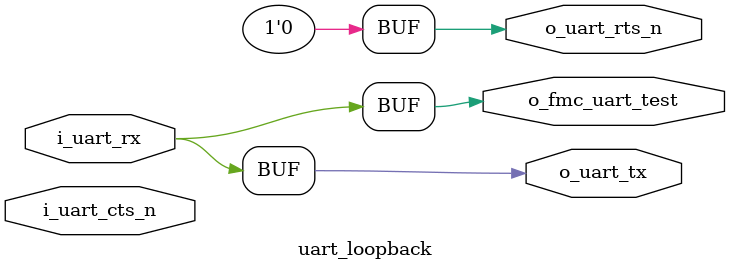
<source format=v>

`timescale 1ns/1ps
`default_nettype none

module uart_loopback (
    o_uart_tx, 
    i_uart_rx,
    o_uart_rts_n,
    i_uart_cts_n,
    o_fmc_uart_test
);

//-----------------------------------------------------------------------------------
// I/O 
//-----------------------------------------------------------------------------------
output wire o_uart_tx;
input wire i_uart_rx;
output wire o_uart_rts_n; // Request to send (set this to high if ready to accept data)
input wire i_uart_cts_n; // Clear to send (if high then it is okay to send data)
output wire o_fmc_uart_test;
//-----------------------------------------------------------------------------------

//-----------------------------------------------------------------------------------
// Looback 
//-----------------------------------------------------------------------------------
assign o_uart_tx = i_uart_rx;
assign o_uart_rts_n = 1'b0;
assign o_fmc_uart_test = i_uart_rx;
//-----------------------------------------------------------------------------------

endmodule 

`default_nettype wire 

</source>
